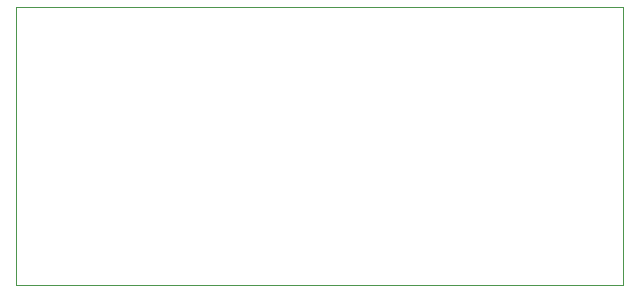
<source format=gm1>
G04 #@! TF.GenerationSoftware,KiCad,Pcbnew,(5.1.6)-1*
G04 #@! TF.CreationDate,2021-04-28T16:12:28-06:00*
G04 #@! TF.ProjectId,oasis_iot,6f617369-735f-4696-9f74-2e6b69636164,rev?*
G04 #@! TF.SameCoordinates,Original*
G04 #@! TF.FileFunction,Profile,NP*
%FSLAX46Y46*%
G04 Gerber Fmt 4.6, Leading zero omitted, Abs format (unit mm)*
G04 Created by KiCad (PCBNEW (5.1.6)-1) date 2021-04-28 16:12:28*
%MOMM*%
%LPD*%
G01*
G04 APERTURE LIST*
G04 #@! TA.AperFunction,Profile*
%ADD10C,0.050000*%
G04 #@! TD*
G04 APERTURE END LIST*
D10*
X42545000Y-88265000D02*
X93980000Y-88265000D01*
X42545000Y-64770000D02*
X42545000Y-88265000D01*
X93980000Y-64770000D02*
X42545000Y-64770000D01*
X93980000Y-88265000D02*
X93980000Y-64770000D01*
M02*

</source>
